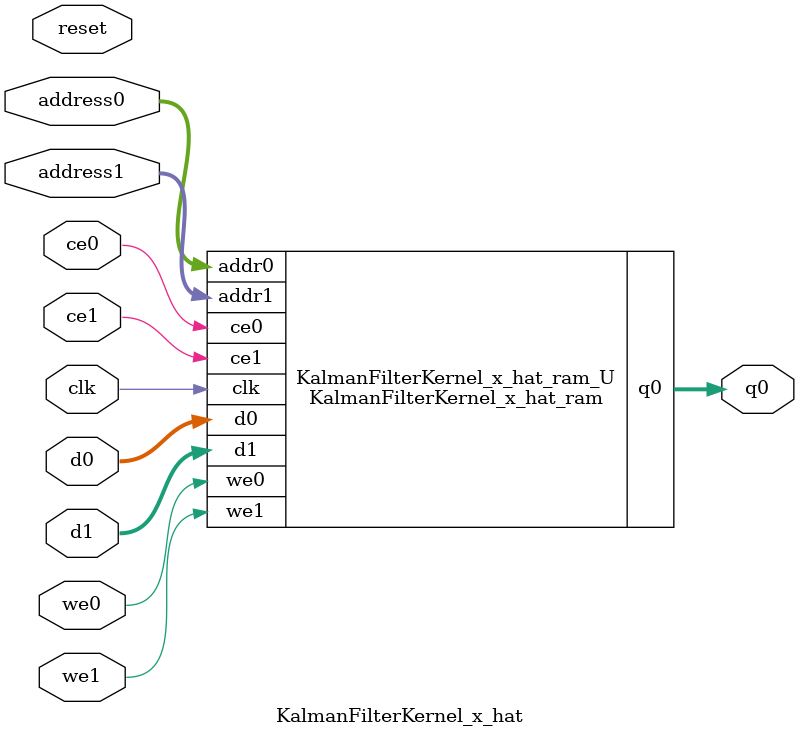
<source format=v>
`timescale 1 ns / 1 ps
module KalmanFilterKernel_x_hat_ram (addr0, ce0, d0, we0, q0, addr1, ce1, d1, we1,  clk);

parameter DWIDTH = 32;
parameter AWIDTH = 3;
parameter MEM_SIZE = 6;

input[AWIDTH-1:0] addr0;
input ce0;
input[DWIDTH-1:0] d0;
input we0;
output reg[DWIDTH-1:0] q0;
input[AWIDTH-1:0] addr1;
input ce1;
input[DWIDTH-1:0] d1;
input we1;
input clk;

reg [DWIDTH-1:0] ram[0:MEM_SIZE-1];




always @(posedge clk)  
begin 
    if (ce0) begin
        if (we0) 
            ram[addr0] <= d0; 
        q0 <= ram[addr0];
    end
end


always @(posedge clk)  
begin 
    if (ce1) begin
        if (we1) 
            ram[addr1] <= d1; 
    end
end


endmodule

`timescale 1 ns / 1 ps
module KalmanFilterKernel_x_hat(
    reset,
    clk,
    address0,
    ce0,
    we0,
    d0,
    q0,
    address1,
    ce1,
    we1,
    d1);

parameter DataWidth = 32'd32;
parameter AddressRange = 32'd6;
parameter AddressWidth = 32'd3;
input reset;
input clk;
input[AddressWidth - 1:0] address0;
input ce0;
input we0;
input[DataWidth - 1:0] d0;
output[DataWidth - 1:0] q0;
input[AddressWidth - 1:0] address1;
input ce1;
input we1;
input[DataWidth - 1:0] d1;



KalmanFilterKernel_x_hat_ram KalmanFilterKernel_x_hat_ram_U(
    .clk( clk ),
    .addr0( address0 ),
    .ce0( ce0 ),
    .we0( we0 ),
    .d0( d0 ),
    .q0( q0 ),
    .addr1( address1 ),
    .ce1( ce1 ),
    .we1( we1 ),
    .d1( d1 ));

endmodule


</source>
